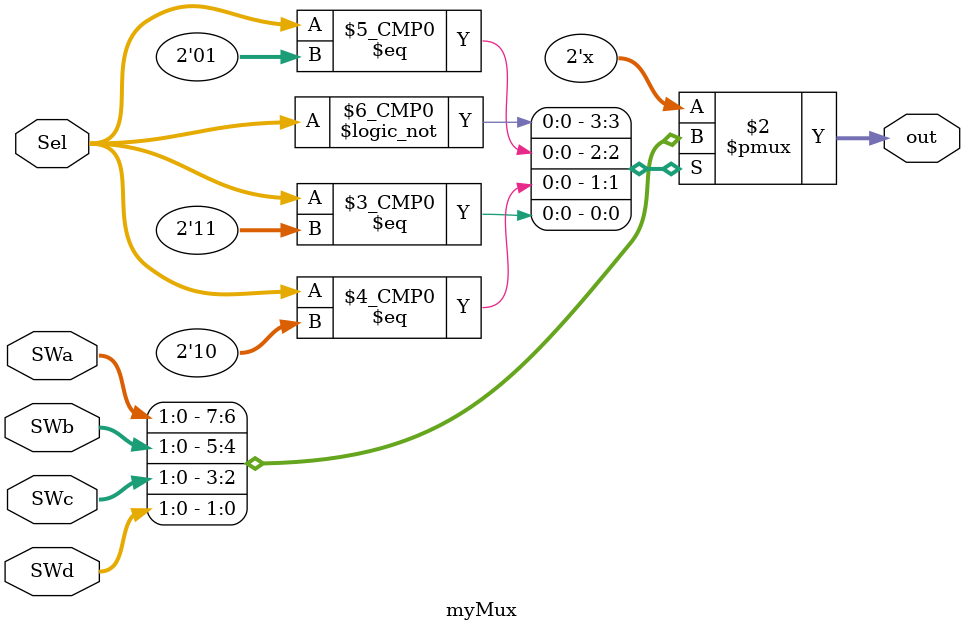
<source format=v>
/*
* Objective:
* Simple 4:1 multiplexer. 
*/

module myMux
	#(parameter WIDTH = 2)
(
	input[WIDTH-1:0] SWa,
	input[WIDTH-1:0] SWb,
	input[WIDTH-1:0] SWc,
	input[WIDTH-1:0] SWd,
	input[WIDTH-1:0] Sel,
	
	output reg[WIDTH-1:0] out
);

always@(SWa, SWb, SWc, SWd, Sel) begin
	case(Sel) 
	
		2'b00: begin
			out = SWa;
		end
		
		2'b01: begin
			out = SWb;
		end
	
		2'b10: begin
			out = SWc;
		end
		
		2'b11: begin
			out = SWd;
		end
		
		default: begin
			out = 0;
		end
	
	endcase
end

endmodule
</source>
